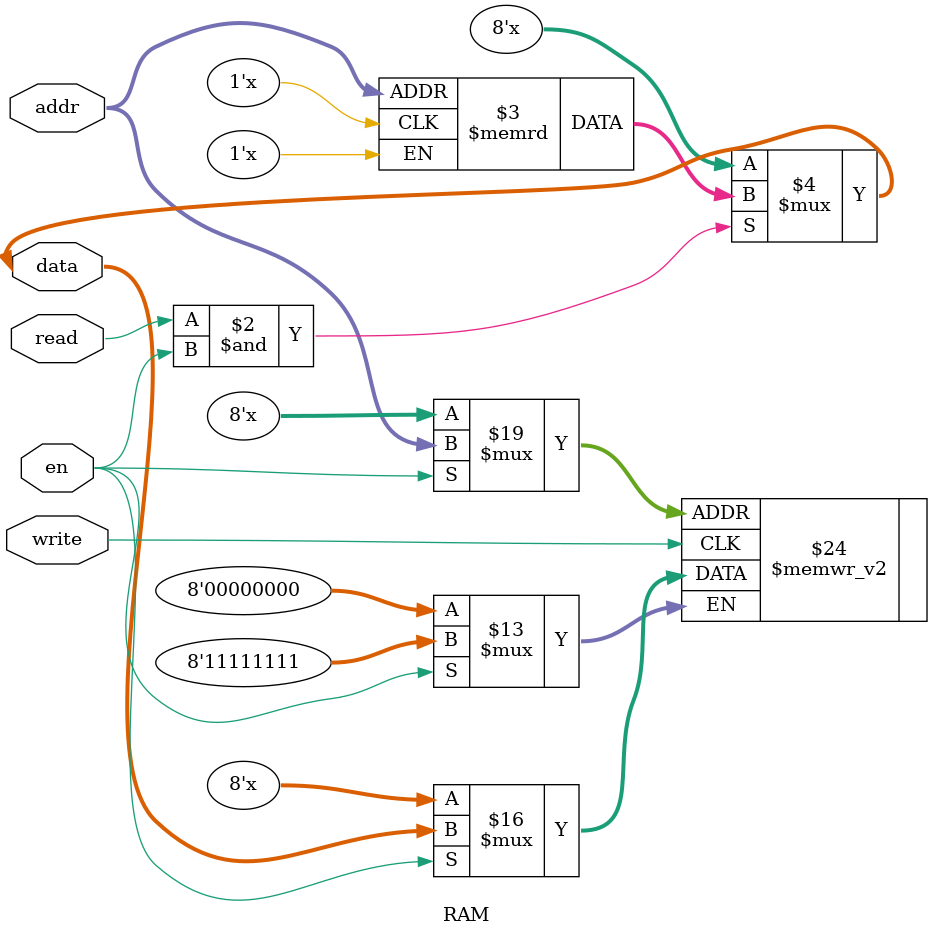
<source format=v>
`timescale 1ns / 1ps


module RAM(
    input read,
    input write,
    input en,
    input [7:0]addr,
    inout [7:0]data
    );
    reg [7:0] memory[255:0];
    //读操作
    assign data = (read&en)?memory[addr]:8'hzz;
    //写操作
    always @(posedge write) begin
        if(en)
            memory[addr] <= data;
    end
endmodule

</source>
